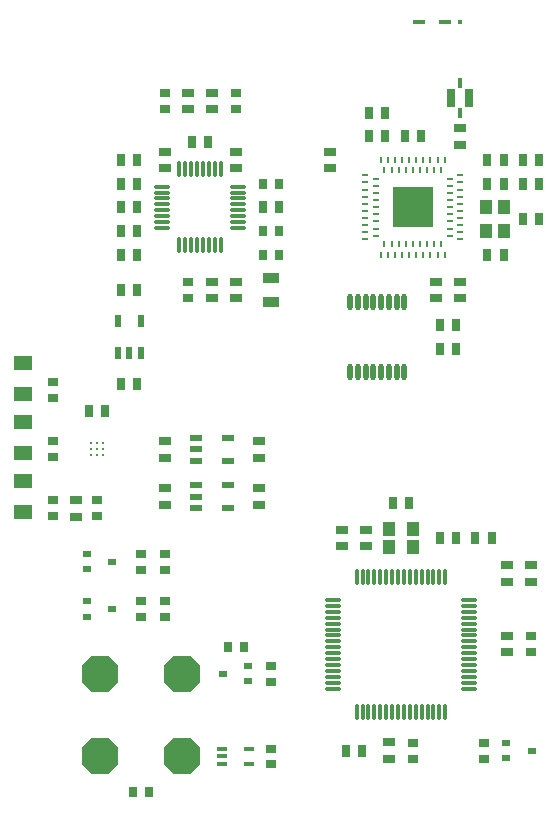
<source format=gtp>
%FSLAX25Y25*%
%MOIN*%
G70*
G01*
G75*
G04 Layer_Color=8421504*
%ADD10C,0.00492*%
%ADD11R,0.13386X0.13386*%
%ADD12O,0.00787X0.02559*%
%ADD13O,0.02559X0.00787*%
%ADD14R,0.02835X0.03937*%
%ADD15R,0.03937X0.02835*%
%ADD16R,0.04134X0.04528*%
%ADD17O,0.01772X0.05512*%
%ADD18R,0.03740X0.02559*%
%ADD19R,0.03150X0.02165*%
%ADD20R,0.02559X0.03740*%
%ADD21R,0.03937X0.02362*%
G04:AMPARAMS|DCode=22|XSize=118.11mil|YSize=118.11mil|CornerRadius=0mil|HoleSize=0mil|Usage=FLASHONLY|Rotation=270.000|XOffset=0mil|YOffset=0mil|HoleType=Round|Shape=Octagon|*
%AMOCTAGOND22*
4,1,8,-0.02953,-0.05906,0.02953,-0.05906,0.05906,-0.02953,0.05906,0.02953,0.02953,0.05906,-0.02953,0.05906,-0.05906,0.02953,-0.05906,-0.02953,-0.02953,-0.05906,0.0*
%
%ADD22OCTAGOND22*%

%ADD23R,0.02362X0.03937*%
%ADD24R,0.05512X0.03543*%
%ADD25O,0.01181X0.05512*%
%ADD26O,0.05512X0.01181*%
%ADD27O,0.05709X0.01181*%
%ADD28O,0.01181X0.05709*%
%ADD29R,0.06496X0.04724*%
%ADD30R,0.03937X0.01811*%
%ADD31R,0.01811X0.01811*%
%ADD32C,0.01142*%
%ADD33R,0.01378X0.03740*%
%ADD34R,0.02953X0.06496*%
%ADD35R,0.03347X0.01575*%
%ADD36C,0.00984*%
%ADD37C,0.01575*%
%ADD38C,0.00787*%
%ADD39C,0.01969*%
%ADD40C,0.01000*%
%ADD41C,0.00500*%
%ADD42O,0.09843X0.05906*%
%ADD43R,0.07874X0.07874*%
%ADD44C,0.07874*%
%ADD45R,0.05906X0.05906*%
%ADD46C,0.05906*%
%ADD47O,0.05906X0.09843*%
%ADD48C,0.11811*%
%ADD49O,0.07874X0.11811*%
%ADD50C,0.19685*%
%ADD51O,0.01969X0.03937*%
%ADD52C,0.01969*%
%ADD53C,0.00394*%
%ADD54C,0.02362*%
%ADD55C,0.00591*%
D11*
X31496Y224410D02*
D03*
D12*
X22047Y212106D02*
D03*
X24409D02*
D03*
X26772D02*
D03*
X29134D02*
D03*
X31496D02*
D03*
X33858D02*
D03*
X36220D02*
D03*
X38583D02*
D03*
X40945D02*
D03*
Y236713D02*
D03*
X38583D02*
D03*
X36220D02*
D03*
X33858D02*
D03*
X31496D02*
D03*
X29134D02*
D03*
X26772D02*
D03*
X24409D02*
D03*
X22047D02*
D03*
X20866Y208563D02*
D03*
X23228D02*
D03*
X25591D02*
D03*
X27953D02*
D03*
X30315D02*
D03*
X32677D02*
D03*
X35039D02*
D03*
X37402D02*
D03*
X39764D02*
D03*
X42126D02*
D03*
Y240256D02*
D03*
X39764D02*
D03*
X37402D02*
D03*
X35039D02*
D03*
X32677D02*
D03*
X30315D02*
D03*
X27953D02*
D03*
X25591D02*
D03*
X23228D02*
D03*
X20866D02*
D03*
D13*
X43799Y214961D02*
D03*
Y217323D02*
D03*
Y219685D02*
D03*
Y222047D02*
D03*
Y224410D02*
D03*
Y226772D02*
D03*
Y229134D02*
D03*
Y231496D02*
D03*
Y233858D02*
D03*
X19193D02*
D03*
Y231496D02*
D03*
Y229134D02*
D03*
Y226772D02*
D03*
Y224410D02*
D03*
Y222047D02*
D03*
Y219685D02*
D03*
Y217323D02*
D03*
Y214961D02*
D03*
X47343Y213779D02*
D03*
Y216142D02*
D03*
Y218504D02*
D03*
Y220866D02*
D03*
Y223228D02*
D03*
Y225590D02*
D03*
Y227953D02*
D03*
Y230315D02*
D03*
Y232677D02*
D03*
Y235039D02*
D03*
X15650D02*
D03*
Y232677D02*
D03*
Y230315D02*
D03*
Y227953D02*
D03*
Y225590D02*
D03*
Y223228D02*
D03*
Y220866D02*
D03*
Y218504D02*
D03*
Y216142D02*
D03*
Y213779D02*
D03*
D14*
X22402Y248031D02*
D03*
X16969D02*
D03*
X22402Y255906D02*
D03*
X16969D02*
D03*
X73583Y232283D02*
D03*
X68150D02*
D03*
X61772D02*
D03*
X56339D02*
D03*
X56339Y240158D02*
D03*
X61772D02*
D03*
X68150D02*
D03*
X73583D02*
D03*
X68150Y220472D02*
D03*
X73583D02*
D03*
X56339Y208661D02*
D03*
X61772D02*
D03*
X40591Y185039D02*
D03*
X46024D02*
D03*
X40591Y177165D02*
D03*
X46024D02*
D03*
X30276Y125984D02*
D03*
X24843D02*
D03*
X40591Y114173D02*
D03*
X46024D02*
D03*
X57835D02*
D03*
X52402D02*
D03*
X14527Y43307D02*
D03*
X9094D02*
D03*
X-76535Y156496D02*
D03*
X-71102D02*
D03*
X-60276Y216535D02*
D03*
X-65709D02*
D03*
X-60276Y196850D02*
D03*
X-65709D02*
D03*
X-60276Y208661D02*
D03*
X-65709D02*
D03*
X-60276Y224410D02*
D03*
X-65709D02*
D03*
X-60276Y240158D02*
D03*
X-65709D02*
D03*
X-60276Y232283D02*
D03*
X-65709D02*
D03*
X-36654Y246063D02*
D03*
X-42087D02*
D03*
X-18465Y224410D02*
D03*
X-13032D02*
D03*
X34213Y248031D02*
D03*
X28780D02*
D03*
X-65709Y165354D02*
D03*
X-60276D02*
D03*
D15*
X47244Y250748D02*
D03*
Y245315D02*
D03*
Y199567D02*
D03*
Y194134D02*
D03*
X39370Y199567D02*
D03*
Y194134D02*
D03*
X7874Y111457D02*
D03*
Y116890D02*
D03*
X15748Y111457D02*
D03*
Y116890D02*
D03*
X62992Y105079D02*
D03*
Y99646D02*
D03*
X70866Y105079D02*
D03*
Y99646D02*
D03*
X62992Y81457D02*
D03*
Y76024D02*
D03*
X23622Y40591D02*
D03*
Y46024D02*
D03*
X-51181Y130669D02*
D03*
Y125236D02*
D03*
Y146417D02*
D03*
Y140984D02*
D03*
X-19685Y130669D02*
D03*
Y125236D02*
D03*
Y146417D02*
D03*
Y140984D02*
D03*
X-80709Y126732D02*
D03*
Y121299D02*
D03*
X-35433Y199567D02*
D03*
Y194134D02*
D03*
X-27559Y199567D02*
D03*
Y194134D02*
D03*
X-35433Y257126D02*
D03*
Y262559D02*
D03*
X-43307Y262559D02*
D03*
Y257126D02*
D03*
X-27559Y237441D02*
D03*
Y242874D02*
D03*
X-51181Y242874D02*
D03*
Y237441D02*
D03*
X3937Y242874D02*
D03*
Y237441D02*
D03*
D16*
X56055Y224472D02*
D03*
X62055D02*
D03*
X56055Y216472D02*
D03*
X62055D02*
D03*
X23425Y117126D02*
D03*
X31693D02*
D03*
X23425Y111221D02*
D03*
X31693D02*
D03*
D17*
X28642Y192717D02*
D03*
X26083D02*
D03*
X23524D02*
D03*
X20965D02*
D03*
X18406D02*
D03*
X15846D02*
D03*
X13287D02*
D03*
X10728D02*
D03*
X28642Y169488D02*
D03*
X26083D02*
D03*
X23524D02*
D03*
X20965D02*
D03*
X18406D02*
D03*
X15846D02*
D03*
X13287D02*
D03*
X10728D02*
D03*
D18*
X70866Y76083D02*
D03*
Y81398D02*
D03*
X55118Y40650D02*
D03*
Y45965D02*
D03*
X31496D02*
D03*
Y40650D02*
D03*
X-15748Y66240D02*
D03*
Y71555D02*
D03*
Y43996D02*
D03*
Y38681D02*
D03*
X-59055Y103642D02*
D03*
Y108957D02*
D03*
X-51181Y103642D02*
D03*
Y108957D02*
D03*
Y93209D02*
D03*
Y87894D02*
D03*
X-59055D02*
D03*
Y93209D02*
D03*
X-73819Y126673D02*
D03*
Y121358D02*
D03*
X-43307Y194193D02*
D03*
Y199508D02*
D03*
X-51181Y257185D02*
D03*
Y262500D02*
D03*
X-27559Y257185D02*
D03*
Y262500D02*
D03*
X-88583Y166043D02*
D03*
Y160728D02*
D03*
Y146358D02*
D03*
Y141043D02*
D03*
Y121358D02*
D03*
Y126673D02*
D03*
D19*
X62697Y45866D02*
D03*
Y40748D02*
D03*
X71161Y43307D02*
D03*
X-23327Y66339D02*
D03*
Y71457D02*
D03*
X-31791Y68898D02*
D03*
X-68602Y90551D02*
D03*
X-77067Y87992D02*
D03*
Y93110D02*
D03*
X-68602Y106299D02*
D03*
X-77067Y103740D02*
D03*
Y108858D02*
D03*
D20*
X-61713Y29528D02*
D03*
X-56398D02*
D03*
X-13091Y208661D02*
D03*
X-18406D02*
D03*
X-13091Y232283D02*
D03*
X-18406D02*
D03*
X-13091Y216535D02*
D03*
X-18406D02*
D03*
X-30217Y77756D02*
D03*
X-24902D02*
D03*
D21*
X-40846Y131693D02*
D03*
Y127953D02*
D03*
Y124213D02*
D03*
X-30020D02*
D03*
Y131693D02*
D03*
X-40846Y147441D02*
D03*
Y143701D02*
D03*
Y139961D02*
D03*
X-30020D02*
D03*
Y147441D02*
D03*
D22*
X-45276Y68898D02*
D03*
X-72835D02*
D03*
X-45276Y41339D02*
D03*
X-72835D02*
D03*
D23*
X-66732Y175689D02*
D03*
X-62992D02*
D03*
X-59252D02*
D03*
Y186516D02*
D03*
X-66732D02*
D03*
D24*
X-15748Y192717D02*
D03*
Y200984D02*
D03*
D25*
X-32480Y237008D02*
D03*
X-34449D02*
D03*
X-36417D02*
D03*
X-38386D02*
D03*
X-40354D02*
D03*
X-42323D02*
D03*
X-44291D02*
D03*
X-46260D02*
D03*
Y211811D02*
D03*
X-44291D02*
D03*
X-42323D02*
D03*
X-40354D02*
D03*
X-38386D02*
D03*
X-36417D02*
D03*
X-34449D02*
D03*
X-32480D02*
D03*
D26*
X-51968Y231299D02*
D03*
Y229331D02*
D03*
Y227362D02*
D03*
Y225394D02*
D03*
Y223425D02*
D03*
Y221457D02*
D03*
Y219488D02*
D03*
Y217520D02*
D03*
X-26772D02*
D03*
Y219488D02*
D03*
Y221457D02*
D03*
Y223425D02*
D03*
Y225394D02*
D03*
Y227362D02*
D03*
Y229331D02*
D03*
Y231299D02*
D03*
D27*
X5020Y93504D02*
D03*
Y91535D02*
D03*
Y89567D02*
D03*
Y87598D02*
D03*
Y85630D02*
D03*
Y83661D02*
D03*
Y81693D02*
D03*
Y79724D02*
D03*
Y77756D02*
D03*
Y75787D02*
D03*
Y73819D02*
D03*
Y71850D02*
D03*
Y69882D02*
D03*
Y67913D02*
D03*
Y65945D02*
D03*
Y63976D02*
D03*
X50098D02*
D03*
Y65945D02*
D03*
Y67913D02*
D03*
Y69882D02*
D03*
Y71850D02*
D03*
Y73819D02*
D03*
Y75787D02*
D03*
Y77756D02*
D03*
Y79724D02*
D03*
Y81693D02*
D03*
Y83661D02*
D03*
Y85630D02*
D03*
Y87598D02*
D03*
Y89567D02*
D03*
Y91535D02*
D03*
Y93504D02*
D03*
D28*
X12795Y56201D02*
D03*
X14764D02*
D03*
X16732D02*
D03*
X18701D02*
D03*
X20669D02*
D03*
X22638D02*
D03*
X24606D02*
D03*
X26575D02*
D03*
X28543D02*
D03*
X30512D02*
D03*
X32480D02*
D03*
X34449D02*
D03*
X36417D02*
D03*
X38386D02*
D03*
X40354D02*
D03*
X42323D02*
D03*
Y101279D02*
D03*
X40354D02*
D03*
X38386D02*
D03*
X36417D02*
D03*
X34449D02*
D03*
X32480D02*
D03*
X30512D02*
D03*
X28543D02*
D03*
X26575D02*
D03*
X24606D02*
D03*
X22638D02*
D03*
X20669D02*
D03*
X18701D02*
D03*
X16732D02*
D03*
X14764D02*
D03*
X12795D02*
D03*
D29*
X-98425Y162106D02*
D03*
Y172539D02*
D03*
Y142421D02*
D03*
Y152854D02*
D03*
Y122736D02*
D03*
Y133169D02*
D03*
D30*
X33661Y286280D02*
D03*
X42224D02*
D03*
D31*
X47244D02*
D03*
D32*
X-75787Y145669D02*
D03*
X-73819D02*
D03*
X-71850D02*
D03*
X-75787Y143701D02*
D03*
X-73819D02*
D03*
X-71850D02*
D03*
X-75787Y141732D02*
D03*
X-73819D02*
D03*
X-71850D02*
D03*
D33*
X47244Y265827D02*
D03*
Y255827D02*
D03*
D34*
X50244Y260827D02*
D03*
X44244D02*
D03*
D35*
X-31988Y43898D02*
D03*
Y41339D02*
D03*
Y38780D02*
D03*
X-23130D02*
D03*
Y43898D02*
D03*
M02*

</source>
